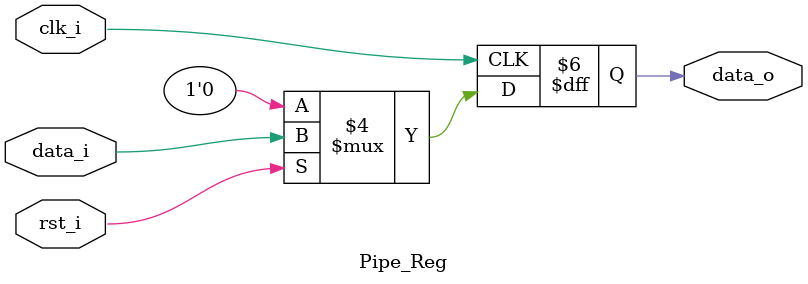
<source format=v>
`timescale 1ns / 1ps
module Pipe_Reg(
    clk_i,
    rst_i,
    data_i,
    data_o
    );
					
parameter size = 1;

input   clk_i;		  
input   rst_i;
input   [size-1:0] data_i;
output reg  [size-1:0] data_o;
	  
always@(posedge clk_i) begin
    if(~rst_i)
        data_o <= 0;
    else
        data_o <= data_i;
end

endmodule	
</source>
